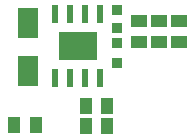
<source format=gbp>
G04*
G04 #@! TF.GenerationSoftware,Altium Limited,Altium Designer,20.0.7 (75)*
G04*
G04 Layer_Color=128*
%FSLAX44Y44*%
%MOMM*%
G71*
G01*
G75*
G04:AMPARAMS|DCode=12|XSize=0.8mm|YSize=0.9mm|CornerRadius=0.06mm|HoleSize=0mm|Usage=FLASHONLY|Rotation=270.000|XOffset=0mm|YOffset=0mm|HoleType=Round|Shape=RoundedRectangle|*
%AMROUNDEDRECTD12*
21,1,0.8000,0.7800,0,0,270.0*
21,1,0.6800,0.9000,0,0,270.0*
1,1,0.1200,-0.3900,-0.3400*
1,1,0.1200,-0.3900,0.3400*
1,1,0.1200,0.3900,0.3400*
1,1,0.1200,0.3900,-0.3400*
%
%ADD12ROUNDEDRECTD12*%
G04:AMPARAMS|DCode=23|XSize=0.95mm|YSize=1.4mm|CornerRadius=0.0712mm|HoleSize=0mm|Usage=FLASHONLY|Rotation=180.000|XOffset=0mm|YOffset=0mm|HoleType=Round|Shape=RoundedRectangle|*
%AMROUNDEDRECTD23*
21,1,0.9500,1.2575,0,0,180.0*
21,1,0.8075,1.4000,0,0,180.0*
1,1,0.1425,-0.4037,0.6288*
1,1,0.1425,0.4037,0.6288*
1,1,0.1425,0.4037,-0.6288*
1,1,0.1425,-0.4037,-0.6288*
%
%ADD23ROUNDEDRECTD23*%
G04:AMPARAMS|DCode=24|XSize=0.5334mm|YSize=1.5mm|CornerRadius=0.0667mm|HoleSize=0mm|Usage=FLASHONLY|Rotation=180.000|XOffset=0mm|YOffset=0mm|HoleType=Round|Shape=RoundedRectangle|*
%AMROUNDEDRECTD24*
21,1,0.5334,1.3667,0,0,180.0*
21,1,0.4001,1.5000,0,0,180.0*
1,1,0.1333,-0.2000,0.6833*
1,1,0.1333,0.2000,0.6833*
1,1,0.1333,0.2000,-0.6833*
1,1,0.1333,-0.2000,-0.6833*
%
%ADD24ROUNDEDRECTD24*%
%ADD25R,3.2000X2.4000*%
%ADD26R,1.7000X2.5000*%
G04:AMPARAMS|DCode=27|XSize=0.95mm|YSize=1.4mm|CornerRadius=0.0712mm|HoleSize=0mm|Usage=FLASHONLY|Rotation=270.000|XOffset=0mm|YOffset=0mm|HoleType=Round|Shape=RoundedRectangle|*
%AMROUNDEDRECTD27*
21,1,0.9500,1.2575,0,0,270.0*
21,1,0.8075,1.4000,0,0,270.0*
1,1,0.1425,-0.6288,-0.4037*
1,1,0.1425,-0.6288,0.4037*
1,1,0.1425,0.6288,0.4037*
1,1,0.1425,0.6288,-0.4037*
%
%ADD27ROUNDEDRECTD27*%
G04:AMPARAMS|DCode=28|XSize=0.9mm|YSize=0.8mm|CornerRadius=0.06mm|HoleSize=0mm|Usage=FLASHONLY|Rotation=90.000|XOffset=0mm|YOffset=0mm|HoleType=Round|Shape=RoundedRectangle|*
%AMROUNDEDRECTD28*
21,1,0.9000,0.6800,0,0,90.0*
21,1,0.7800,0.8000,0,0,90.0*
1,1,0.1200,0.3400,0.3900*
1,1,0.1200,0.3400,-0.3900*
1,1,0.1200,-0.3400,-0.3900*
1,1,0.1200,-0.3400,0.3900*
%
%ADD28ROUNDEDRECTD28*%
D12*
X95110Y134609D02*
D03*
Y149609D02*
D03*
D23*
X68250Y51500D02*
D03*
X86750D02*
D03*
X68250Y68250D02*
D03*
X86750D02*
D03*
X26250Y52250D02*
D03*
X7750D02*
D03*
D24*
X67959Y92609D02*
D03*
X55259D02*
D03*
X42559D02*
D03*
X80659D02*
D03*
Y146609D02*
D03*
X67959D02*
D03*
X55259D02*
D03*
X42559D02*
D03*
D25*
X61610Y119609D02*
D03*
D26*
X19610Y138609D02*
D03*
Y98609D02*
D03*
D27*
X130610Y122359D02*
D03*
Y140859D02*
D03*
X113610Y122359D02*
D03*
Y140859D02*
D03*
X147610Y122359D02*
D03*
Y140859D02*
D03*
D28*
X95110Y121609D02*
D03*
Y104609D02*
D03*
M02*

</source>
